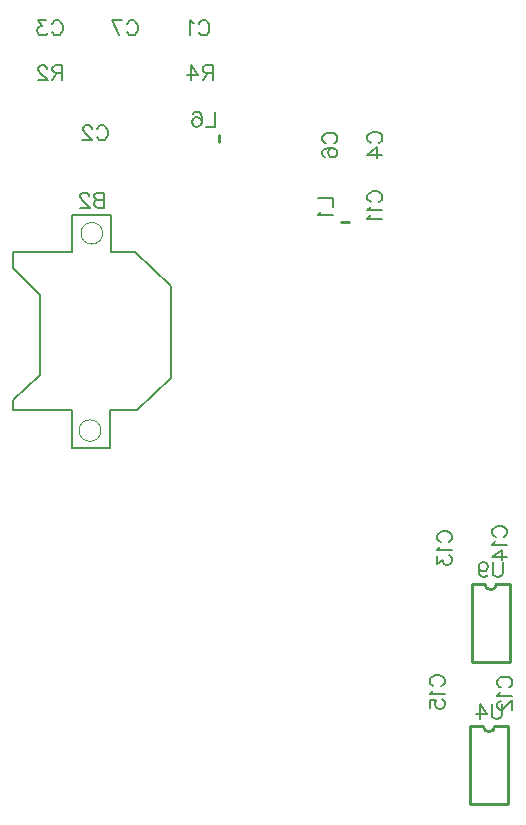
<source format=gbr>
G04 DipTrace 2.4.0.2*
%INBottomSilk.gbr*%
%MOIN*%
%ADD10C,0.0098*%
%ADD22C,0.0*%
%ADD23C,0.005*%
%ADD89C,0.0077*%
%FSLAX44Y44*%
G04*
G70*
G90*
G75*
G01*
%LNBotSilk*%
%LPD*%
X6642Y25274D2*
D22*
G02X6642Y25274I361J0D01*
G01*
X6581Y18697D2*
G02X6581Y18697I361J0D01*
G01*
X7648Y25898D2*
D23*
Y24636D1*
X8448D1*
X9625Y23520D1*
Y20447D1*
X8509Y19392D1*
X7609D1*
Y18130D1*
X6357D1*
Y19392D1*
X4384D1*
Y19714D1*
X5269Y20557D1*
Y23214D1*
X4384Y24114D1*
Y24636D1*
X6357D1*
Y25898D1*
X7648D1*
X15322Y25645D2*
D10*
X15558D1*
X11235Y28322D2*
Y28558D1*
X20872Y8853D2*
Y6254D1*
X19612Y8853D2*
Y6254D1*
X20872D2*
X19612D1*
X20872Y8853D2*
X20439D1*
X20045D2*
X19612D1*
X20439D2*
G02X20045Y8853I-197J0D01*
G01*
X20928Y13588D2*
Y10989D1*
X19668Y13588D2*
Y10989D1*
X20928D2*
X19668D1*
X20928Y13588D2*
X20495D1*
X20101D2*
X19668D1*
X20495D2*
G02X20101Y13588I-197J0D01*
G01*
X7416Y26630D2*
D89*
Y26128D1*
X7201D1*
X7129Y26152D1*
X7105Y26176D1*
X7081Y26224D1*
Y26295D1*
X7105Y26344D1*
X7129Y26367D1*
X7201Y26391D1*
X7129Y26415D1*
X7105Y26439D1*
X7081Y26487D1*
Y26535D1*
X7105Y26582D1*
X7129Y26607D1*
X7201Y26630D1*
X7416D1*
Y26391D2*
X7201D1*
X6903Y26510D2*
Y26534D1*
X6879Y26582D1*
X6855Y26606D1*
X6807Y26630D1*
X6711D1*
X6664Y26606D1*
X6640Y26582D1*
X6616Y26534D1*
Y26487D1*
X6640Y26439D1*
X6688Y26367D1*
X6927Y26128D1*
X6592D1*
X10563Y32250D2*
X10587Y32297D1*
X10635Y32345D1*
X10683Y32369D1*
X10778D1*
X10826Y32345D1*
X10874Y32297D1*
X10898Y32250D1*
X10922Y32178D1*
Y32058D1*
X10898Y31987D1*
X10874Y31939D1*
X10826Y31891D1*
X10778Y31867D1*
X10683D1*
X10635Y31891D1*
X10587Y31939D1*
X10563Y31987D1*
X10409Y32273D2*
X10361Y32297D1*
X10289Y32369D1*
Y31867D1*
X7171Y28750D2*
X7194Y28797D1*
X7243Y28845D1*
X7290Y28869D1*
X7386D1*
X7434Y28845D1*
X7481Y28797D1*
X7506Y28750D1*
X7529Y28678D1*
Y28558D1*
X7506Y28487D1*
X7481Y28439D1*
X7434Y28391D1*
X7386Y28367D1*
X7290D1*
X7243Y28391D1*
X7194Y28439D1*
X7171Y28487D1*
X6992Y28749D2*
Y28773D1*
X6968Y28821D1*
X6944Y28845D1*
X6896Y28869D1*
X6801D1*
X6753Y28845D1*
X6729Y28821D1*
X6705Y28773D1*
Y28725D1*
X6729Y28677D1*
X6777Y28606D1*
X7016Y28367D1*
X6681D1*
X5671Y32250D2*
X5694Y32297D1*
X5743Y32345D1*
X5790Y32369D1*
X5886D1*
X5934Y32345D1*
X5981Y32297D1*
X6006Y32250D1*
X6029Y32178D1*
Y32058D1*
X6006Y31987D1*
X5981Y31939D1*
X5934Y31891D1*
X5886Y31867D1*
X5790D1*
X5743Y31891D1*
X5694Y31939D1*
X5671Y31987D1*
X5468Y32369D2*
X5206D1*
X5349Y32177D1*
X5277D1*
X5229Y32154D1*
X5206Y32130D1*
X5181Y32058D1*
Y32010D1*
X5206Y31939D1*
X5253Y31890D1*
X5325Y31867D1*
X5397D1*
X5468Y31890D1*
X5492Y31915D1*
X5516Y31962D1*
X16307Y28293D2*
X16260Y28317D1*
X16212Y28365D1*
X16188Y28412D1*
Y28508D1*
X16212Y28556D1*
X16260Y28603D1*
X16307Y28628D1*
X16379Y28651D1*
X16499D1*
X16571Y28628D1*
X16619Y28603D1*
X16666Y28556D1*
X16690Y28508D1*
Y28412D1*
X16666Y28365D1*
X16619Y28317D1*
X16571Y28293D1*
X16690Y27899D2*
X16189D1*
X16523Y28138D1*
Y27780D1*
X14807Y28269D2*
X14760Y28293D1*
X14712Y28341D1*
X14688Y28388D1*
Y28484D1*
X14712Y28532D1*
X14760Y28579D1*
X14807Y28604D1*
X14879Y28627D1*
X14999D1*
X15071Y28604D1*
X15119Y28579D1*
X15166Y28532D1*
X15190Y28484D1*
Y28388D1*
X15166Y28341D1*
X15119Y28293D1*
X15071Y28269D1*
X14760Y27828D2*
X14712Y27851D1*
X14689Y27923D1*
Y27971D1*
X14712Y28043D1*
X14784Y28091D1*
X14904Y28114D1*
X15023D1*
X15119Y28091D1*
X15167Y28043D1*
X15190Y27971D1*
Y27947D1*
X15167Y27876D1*
X15119Y27828D1*
X15047Y27804D1*
X15023D1*
X14951Y27828D1*
X14904Y27876D1*
X14880Y27947D1*
Y27971D1*
X14904Y28043D1*
X14951Y28091D1*
X15023Y28114D1*
X8171Y32250D2*
X8194Y32297D1*
X8243Y32345D1*
X8290Y32369D1*
X8386D1*
X8434Y32345D1*
X8481Y32297D1*
X8506Y32250D1*
X8529Y32178D1*
Y32058D1*
X8506Y31987D1*
X8481Y31939D1*
X8434Y31891D1*
X8386Y31867D1*
X8290D1*
X8243Y31891D1*
X8194Y31939D1*
X8171Y31987D1*
X7921Y31867D2*
X7681Y32369D1*
X8016D1*
X16307Y26311D2*
X16260Y26334D1*
X16212Y26382D1*
X16188Y26430D1*
Y26526D1*
X16212Y26574D1*
X16260Y26621D1*
X16307Y26646D1*
X16379Y26669D1*
X16499D1*
X16571Y26646D1*
X16619Y26621D1*
X16666Y26574D1*
X16690Y26526D1*
Y26430D1*
X16666Y26382D1*
X16619Y26334D1*
X16571Y26311D1*
X16284Y26156D2*
X16260Y26108D1*
X16189Y26036D1*
X16690D1*
X16284Y25882D2*
X16260Y25834D1*
X16189Y25762D1*
X16690D1*
X20636Y10136D2*
X20589Y10159D1*
X20541Y10207D1*
X20517Y10255D1*
Y10351D1*
X20541Y10399D1*
X20589Y10446D1*
X20636Y10471D1*
X20708Y10494D1*
X20828D1*
X20899Y10471D1*
X20947Y10446D1*
X20995Y10399D1*
X21019Y10351D1*
Y10255D1*
X20995Y10207D1*
X20947Y10159D1*
X20899Y10136D1*
X20613Y9981D2*
X20589Y9933D1*
X20517Y9861D1*
X21019D1*
X20637Y9683D2*
X20613D1*
X20565Y9659D1*
X20541Y9635D1*
X20517Y9587D1*
Y9491D1*
X20541Y9444D1*
X20565Y9420D1*
X20613Y9396D1*
X20661D1*
X20709Y9420D1*
X20780Y9468D1*
X21019Y9707D1*
Y9372D1*
X18630Y14977D2*
X18583Y15001D1*
X18535Y15049D1*
X18511Y15097D1*
Y15192D1*
X18535Y15240D1*
X18583Y15288D1*
X18630Y15312D1*
X18702Y15336D1*
X18822D1*
X18893Y15312D1*
X18941Y15288D1*
X18989Y15240D1*
X19013Y15192D1*
Y15097D1*
X18989Y15049D1*
X18941Y15001D1*
X18893Y14977D1*
X18607Y14823D2*
X18583Y14775D1*
X18511Y14703D1*
X19013D1*
X18511Y14500D2*
Y14238D1*
X18703Y14381D1*
Y14309D1*
X18726Y14262D1*
X18750Y14238D1*
X18822Y14213D1*
X18870D1*
X18941Y14238D1*
X18990Y14285D1*
X19013Y14357D1*
Y14429D1*
X18990Y14500D1*
X18965Y14524D1*
X18918Y14548D1*
X20465Y15154D2*
X20417Y15178D1*
X20369Y15226D1*
X20346Y15274D1*
Y15369D1*
X20369Y15417D1*
X20417Y15465D1*
X20465Y15489D1*
X20537Y15513D1*
X20657D1*
X20728Y15489D1*
X20776Y15465D1*
X20824Y15417D1*
X20848Y15369D1*
Y15274D1*
X20824Y15226D1*
X20776Y15178D1*
X20728Y15154D1*
X20442Y15000D2*
X20417Y14952D1*
X20346Y14880D1*
X20848D1*
Y14486D2*
X20346D1*
X20680Y14726D1*
Y14367D1*
X18386Y10180D2*
X18339Y10204D1*
X18290Y10252D1*
X18267Y10299D1*
Y10395D1*
X18290Y10443D1*
X18339Y10490D1*
X18386Y10515D1*
X18458Y10539D1*
X18578D1*
X18649Y10515D1*
X18697Y10490D1*
X18745Y10443D1*
X18769Y10395D1*
Y10299D1*
X18745Y10252D1*
X18697Y10204D1*
X18649Y10180D1*
X18363Y10025D2*
X18339Y9977D1*
X18267Y9906D1*
X18769D1*
X18267Y9464D2*
Y9703D1*
X18482Y9727D1*
X18458Y9703D1*
X18434Y9631D1*
Y9560D1*
X18458Y9488D1*
X18506Y9440D1*
X18578Y9416D1*
X18625D1*
X18697Y9440D1*
X18745Y9488D1*
X18769Y9560D1*
Y9631D1*
X18745Y9703D1*
X18721Y9727D1*
X18673Y9751D1*
X14550Y26437D2*
X15053D1*
Y26150D1*
X14646Y25996D2*
X14622Y25948D1*
X14551Y25876D1*
X15053D1*
X11099Y29330D2*
Y28827D1*
X10813D1*
X10371Y29258D2*
X10395Y29305D1*
X10467Y29329D1*
X10514D1*
X10586Y29305D1*
X10634Y29234D1*
X10658Y29114D1*
Y28995D1*
X10634Y28899D1*
X10586Y28851D1*
X10514Y28827D1*
X10491D1*
X10419Y28851D1*
X10371Y28899D1*
X10348Y28971D1*
Y28995D1*
X10371Y29067D1*
X10419Y29114D1*
X10491Y29138D1*
X10514D1*
X10586Y29114D1*
X10634Y29067D1*
X10658Y28995D1*
X6017Y30630D2*
X5802D1*
X5731Y30654D1*
X5706Y30678D1*
X5683Y30725D1*
Y30773D1*
X5706Y30821D1*
X5731Y30845D1*
X5802Y30869D1*
X6017D1*
Y30367D1*
X5850Y30630D2*
X5683Y30367D1*
X5504Y30749D2*
Y30773D1*
X5480Y30821D1*
X5456Y30845D1*
X5408Y30869D1*
X5313D1*
X5265Y30845D1*
X5241Y30821D1*
X5217Y30773D1*
Y30725D1*
X5241Y30677D1*
X5289Y30606D1*
X5528Y30367D1*
X5193D1*
X11029Y30630D2*
X10814D1*
X10743Y30654D1*
X10718Y30678D1*
X10694Y30725D1*
Y30773D1*
X10718Y30821D1*
X10743Y30845D1*
X10814Y30869D1*
X11029D1*
Y30367D1*
X10862Y30630D2*
X10694Y30367D1*
X10301D2*
Y30869D1*
X10540Y30534D1*
X10181D1*
X20666Y9585D2*
Y9226D1*
X20642Y9155D1*
X20594Y9107D1*
X20522Y9083D1*
X20474D1*
X20403Y9107D1*
X20355Y9155D1*
X20331Y9226D1*
Y9585D1*
X19937Y9083D2*
Y9585D1*
X20176Y9250D1*
X19818D1*
X20698Y14320D2*
Y13961D1*
X20675Y13889D1*
X20627Y13842D1*
X20555Y13818D1*
X20507D1*
X20435Y13842D1*
X20387Y13889D1*
X20364Y13961D1*
Y14320D1*
X19898Y14152D2*
X19922Y14081D1*
X19970Y14033D1*
X20042Y14009D1*
X20065D1*
X20137Y14033D1*
X20185Y14081D1*
X20209Y14152D1*
Y14176D1*
X20185Y14248D1*
X20137Y14296D1*
X20065Y14319D1*
X20042D1*
X19970Y14296D1*
X19922Y14248D1*
X19898Y14152D1*
Y14033D1*
X19922Y13913D1*
X19970Y13841D1*
X20042Y13818D1*
X20089D1*
X20161Y13841D1*
X20185Y13889D1*
M02*

</source>
